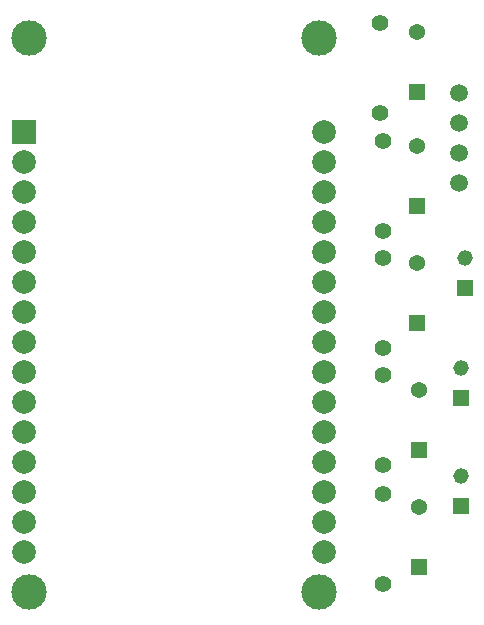
<source format=gbr>
G04*
G04 #@! TF.GenerationSoftware,Altium Limited,Altium Designer,22.4.2 (48)*
G04*
G04 Layer_Color=255*
%FSLAX25Y25*%
%MOIN*%
G70*
G04*
G04 #@! TF.SameCoordinates,AC32F47B-EC56-4475-8078-1485B9E55ABE*
G04*
G04*
G04 #@! TF.FilePolarity,Positive*
G04*
G01*
G75*
%ADD25C,0.11811*%
%ADD26C,0.07874*%
%ADD27R,0.07874X0.07874*%
%ADD28C,0.05189*%
%ADD29R,0.05189X0.05189*%
%ADD30C,0.05394*%
%ADD31R,0.05394X0.05394*%
%ADD32C,0.05512*%
%ADD33C,0.05984*%
D25*
X401154Y308421D02*
D03*
X497650D02*
D03*
Y123579D02*
D03*
X401154D02*
D03*
D26*
X499500Y137083D02*
D03*
Y147083D02*
D03*
Y157083D02*
D03*
Y167083D02*
D03*
Y177083D02*
D03*
Y187083D02*
D03*
Y197083D02*
D03*
Y207083D02*
D03*
Y217083D02*
D03*
Y227083D02*
D03*
Y237083D02*
D03*
Y247083D02*
D03*
Y257083D02*
D03*
Y267083D02*
D03*
Y277083D02*
D03*
X399500Y137083D02*
D03*
Y147083D02*
D03*
Y157083D02*
D03*
Y167083D02*
D03*
Y177083D02*
D03*
Y187083D02*
D03*
Y197083D02*
D03*
Y207083D02*
D03*
Y217083D02*
D03*
Y227083D02*
D03*
Y237083D02*
D03*
Y247083D02*
D03*
Y257083D02*
D03*
Y267083D02*
D03*
D27*
Y277083D02*
D03*
D28*
X545000Y162500D02*
D03*
Y198500D02*
D03*
X546500Y235000D02*
D03*
D29*
X545000Y152500D02*
D03*
Y188500D02*
D03*
X546500Y225000D02*
D03*
D30*
X531000Y152000D02*
D03*
Y191000D02*
D03*
X530500Y233500D02*
D03*
Y272500D02*
D03*
Y310500D02*
D03*
D31*
X531000Y132000D02*
D03*
Y171000D02*
D03*
X530500Y213500D02*
D03*
Y252500D02*
D03*
Y290500D02*
D03*
D32*
X519000Y156500D02*
D03*
Y126500D02*
D03*
Y196000D02*
D03*
Y166000D02*
D03*
Y235000D02*
D03*
Y205000D02*
D03*
Y274000D02*
D03*
Y244000D02*
D03*
X518000Y313500D02*
D03*
Y283500D02*
D03*
D33*
X544500Y260000D02*
D03*
Y270000D02*
D03*
Y280000D02*
D03*
Y290000D02*
D03*
M02*

</source>
